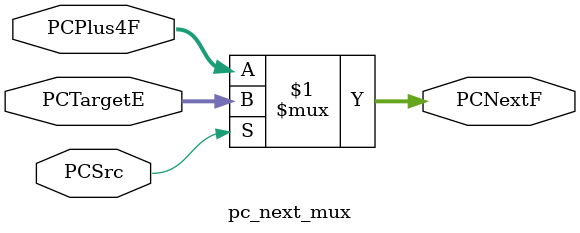
<source format=v>
`timescale 1ns / 1ps

module pc_next_mux (
    input  [31:0] PCPlus4F,     // Normal next PC (PC + 4 from Fetch stage)
    input  [31:0] PCTargetE,    // Target PC for branch/jump from Execute stage
    input         PCSrc,        // Control signal: 1 = take branch/jump
    output wire [31:0] PCNextF  // Output: next PC to be used
);

    assign PCNextF = (PCSrc) ? PCTargetE : PCPlus4F;

endmodule

</source>
